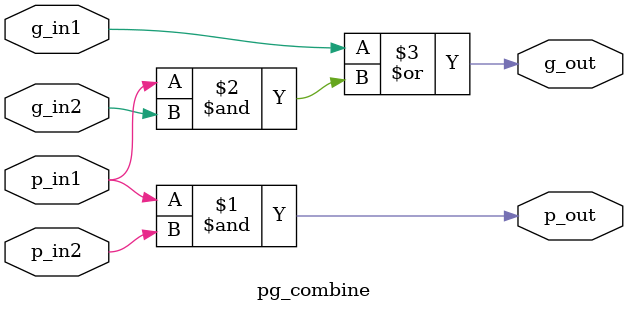
<source format=sv>
`timescale 1ns / 1ps

module pg_combine(
    input logic p_in1, g_in1,
    input logic p_in2, g_in2,
    output logic p_out, g_out
    );
    
    assign p_out = p_in1 & p_in2;
    // this just makse it if generate 2 or if generate 1 and propagate 2 passes on makes a carry adder
    assign g_out = g_in1 | (p_in1 & g_in2);
    
endmodule
</source>
